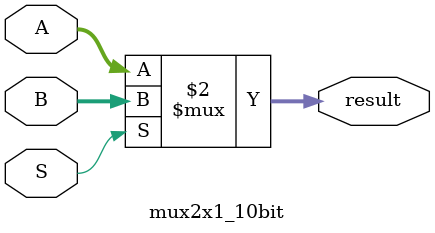
<source format=v>
module mux2x1_10bit(
	input [9:0] A, B,
   input S,
   output [9:0] result);
	
   assign result = (S == 1'b0) ? A : B;
	
endmodule

</source>
